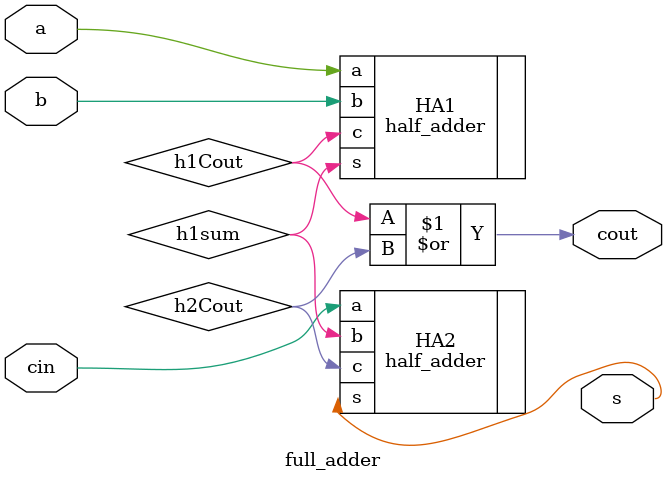
<source format=v>
module full_adder(
input a,
input b,
input cin ,
output s ,
output cout
);
// wires declared using the ' wire ' keyword
wire h1sum, h1Cout, h2Cout;
// module instantiation of the custom half adder module.
// the module name 'half_adder' is followed by a user chosen
// unique identifier , 'HA1' in this instance .
// signals are connected by name using the '.' notation
half_adder HA1 (
.a(a) ,
.b(b),
. s(h1sum),
.c(h1Cout)
);
// another example of module instantiation
half_adder HA2 (
.a(cin ) ,
.b(h1sum),
. s(s) ,
.c(h2Cout)
);
// another example of continuous assignment
assign cout = h1Cout | h2Cout; // bitwise OR |
endmodule
</source>
